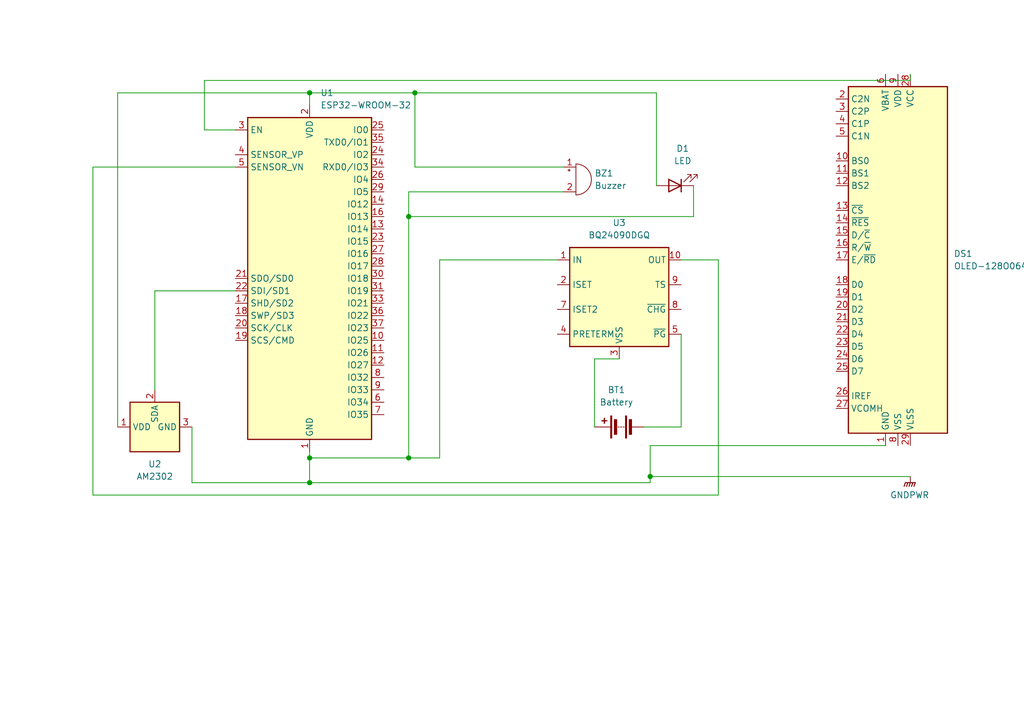
<source format=kicad_sch>
(kicad_sch
	(version 20231120)
	(generator "eeschema")
	(generator_version "8.0")
	(uuid "d4a5cce3-ace2-475a-b389-fce50ad7df66")
	(paper "A5")
	(title_block
		(title "MRNOS")
		(date "2025-02-10")
		(rev "v.1")
	)
	(lib_symbols
		(symbol "Battery_Management:BQ24090DGQ"
			(exclude_from_sim no)
			(in_bom yes)
			(on_board yes)
			(property "Reference" "U"
				(at -9.398 13.462 0)
				(effects
					(font
						(size 1.27 1.27)
					)
				)
			)
			(property "Value" "BQ24090DGQ"
				(at -3.81 11.43 0)
				(effects
					(font
						(size 1.27 1.27)
					)
				)
			)
			(property "Footprint" "Package_SO:HVSSOP-10-1EP_3x3mm_P0.5mm_EP1.57x1.88mm_ThermalVias"
				(at 0 0 0)
				(effects
					(font
						(size 1.27 1.27)
					)
					(hide yes)
				)
			)
			(property "Datasheet" "http://www.ti.com/lit/ds/symlink/bq24090.pdf"
				(at -7.62 19.05 0)
				(effects
					(font
						(size 1.27 1.27)
					)
					(hide yes)
				)
			)
			(property "Description" "1A, Single-Input, SingleCell Li-Ion and Li-Pol BatteryCharger, HVSSOP-10"
				(at 0 0 0)
				(effects
					(font
						(size 1.27 1.27)
					)
					(hide yes)
				)
			)
			(property "ki_keywords" "battery charger singlecell li-ion li-poly"
				(at 0 0 0)
				(effects
					(font
						(size 1.27 1.27)
					)
					(hide yes)
				)
			)
			(property "ki_fp_filters" "HVSSOP*1EP*3x3mm*P0.5mm*"
				(at 0 0 0)
				(effects
					(font
						(size 1.27 1.27)
					)
					(hide yes)
				)
			)
			(symbol "BQ24090DGQ_0_1"
				(rectangle
					(start -10.16 10.16)
					(end 10.16 -10.16)
					(stroke
						(width 0.254)
						(type default)
					)
					(fill
						(type background)
					)
				)
			)
			(symbol "BQ24090DGQ_1_1"
				(pin power_in line
					(at -12.7 7.62 0)
					(length 2.54)
					(name "IN"
						(effects
							(font
								(size 1.27 1.27)
							)
						)
					)
					(number "1"
						(effects
							(font
								(size 1.27 1.27)
							)
						)
					)
				)
				(pin power_out line
					(at 12.7 7.62 180)
					(length 2.54)
					(name "OUT"
						(effects
							(font
								(size 1.27 1.27)
							)
						)
					)
					(number "10"
						(effects
							(font
								(size 1.27 1.27)
							)
						)
					)
				)
				(pin passive line
					(at 0 -12.7 90)
					(length 2.54) hide
					(name "VSS"
						(effects
							(font
								(size 1.27 1.27)
							)
						)
					)
					(number "11"
						(effects
							(font
								(size 1.27 1.27)
							)
						)
					)
				)
				(pin passive line
					(at -12.7 2.54 0)
					(length 2.54)
					(name "ISET"
						(effects
							(font
								(size 1.27 1.27)
							)
						)
					)
					(number "2"
						(effects
							(font
								(size 1.27 1.27)
							)
						)
					)
				)
				(pin power_in line
					(at 0 -12.7 90)
					(length 2.54)
					(name "VSS"
						(effects
							(font
								(size 1.27 1.27)
							)
						)
					)
					(number "3"
						(effects
							(font
								(size 1.27 1.27)
							)
						)
					)
				)
				(pin passive line
					(at -12.7 -7.62 0)
					(length 2.54)
					(name "PRETERM"
						(effects
							(font
								(size 1.27 1.27)
							)
						)
					)
					(number "4"
						(effects
							(font
								(size 1.27 1.27)
							)
						)
					)
				)
				(pin open_collector line
					(at 12.7 -7.62 180)
					(length 2.54)
					(name "~{PG}"
						(effects
							(font
								(size 1.27 1.27)
							)
						)
					)
					(number "5"
						(effects
							(font
								(size 1.27 1.27)
							)
						)
					)
				)
				(pin no_connect line
					(at 5.08 -10.16 90)
					(length 2.54) hide
					(name "NC"
						(effects
							(font
								(size 1.27 1.27)
							)
						)
					)
					(number "6"
						(effects
							(font
								(size 1.27 1.27)
							)
						)
					)
				)
				(pin passive line
					(at -12.7 -2.54 0)
					(length 2.54)
					(name "ISET2"
						(effects
							(font
								(size 1.27 1.27)
							)
						)
					)
					(number "7"
						(effects
							(font
								(size 1.27 1.27)
							)
						)
					)
				)
				(pin open_collector line
					(at 12.7 -2.54 180)
					(length 2.54)
					(name "~{CHG}"
						(effects
							(font
								(size 1.27 1.27)
							)
						)
					)
					(number "8"
						(effects
							(font
								(size 1.27 1.27)
							)
						)
					)
				)
				(pin passive line
					(at 12.7 2.54 180)
					(length 2.54)
					(name "TS"
						(effects
							(font
								(size 1.27 1.27)
							)
						)
					)
					(number "9"
						(effects
							(font
								(size 1.27 1.27)
							)
						)
					)
				)
			)
		)
		(symbol "Device:Battery"
			(pin_numbers hide)
			(pin_names
				(offset 0) hide)
			(exclude_from_sim no)
			(in_bom yes)
			(on_board yes)
			(property "Reference" "BT"
				(at 2.54 2.54 0)
				(effects
					(font
						(size 1.27 1.27)
					)
					(justify left)
				)
			)
			(property "Value" "Battery"
				(at 2.54 0 0)
				(effects
					(font
						(size 1.27 1.27)
					)
					(justify left)
				)
			)
			(property "Footprint" ""
				(at 0 1.524 90)
				(effects
					(font
						(size 1.27 1.27)
					)
					(hide yes)
				)
			)
			(property "Datasheet" "~"
				(at 0 1.524 90)
				(effects
					(font
						(size 1.27 1.27)
					)
					(hide yes)
				)
			)
			(property "Description" "Multiple-cell battery"
				(at 0 0 0)
				(effects
					(font
						(size 1.27 1.27)
					)
					(hide yes)
				)
			)
			(property "ki_keywords" "batt voltage-source cell"
				(at 0 0 0)
				(effects
					(font
						(size 1.27 1.27)
					)
					(hide yes)
				)
			)
			(symbol "Battery_0_1"
				(rectangle
					(start -2.286 -1.27)
					(end 2.286 -1.524)
					(stroke
						(width 0)
						(type default)
					)
					(fill
						(type outline)
					)
				)
				(rectangle
					(start -2.286 1.778)
					(end 2.286 1.524)
					(stroke
						(width 0)
						(type default)
					)
					(fill
						(type outline)
					)
				)
				(rectangle
					(start -1.524 -2.032)
					(end 1.524 -2.54)
					(stroke
						(width 0)
						(type default)
					)
					(fill
						(type outline)
					)
				)
				(rectangle
					(start -1.524 1.016)
					(end 1.524 0.508)
					(stroke
						(width 0)
						(type default)
					)
					(fill
						(type outline)
					)
				)
				(polyline
					(pts
						(xy 0 -1.016) (xy 0 -0.762)
					)
					(stroke
						(width 0)
						(type default)
					)
					(fill
						(type none)
					)
				)
				(polyline
					(pts
						(xy 0 -0.508) (xy 0 -0.254)
					)
					(stroke
						(width 0)
						(type default)
					)
					(fill
						(type none)
					)
				)
				(polyline
					(pts
						(xy 0 0) (xy 0 0.254)
					)
					(stroke
						(width 0)
						(type default)
					)
					(fill
						(type none)
					)
				)
				(polyline
					(pts
						(xy 0 1.778) (xy 0 2.54)
					)
					(stroke
						(width 0)
						(type default)
					)
					(fill
						(type none)
					)
				)
				(polyline
					(pts
						(xy 0.762 3.048) (xy 1.778 3.048)
					)
					(stroke
						(width 0.254)
						(type default)
					)
					(fill
						(type none)
					)
				)
				(polyline
					(pts
						(xy 1.27 3.556) (xy 1.27 2.54)
					)
					(stroke
						(width 0.254)
						(type default)
					)
					(fill
						(type none)
					)
				)
			)
			(symbol "Battery_1_1"
				(pin passive line
					(at 0 5.08 270)
					(length 2.54)
					(name "+"
						(effects
							(font
								(size 1.27 1.27)
							)
						)
					)
					(number "1"
						(effects
							(font
								(size 1.27 1.27)
							)
						)
					)
				)
				(pin passive line
					(at 0 -5.08 90)
					(length 2.54)
					(name "-"
						(effects
							(font
								(size 1.27 1.27)
							)
						)
					)
					(number "2"
						(effects
							(font
								(size 1.27 1.27)
							)
						)
					)
				)
			)
		)
		(symbol "Device:Buzzer"
			(pin_names
				(offset 0.0254) hide)
			(exclude_from_sim no)
			(in_bom yes)
			(on_board yes)
			(property "Reference" "BZ"
				(at 3.81 1.27 0)
				(effects
					(font
						(size 1.27 1.27)
					)
					(justify left)
				)
			)
			(property "Value" "Buzzer"
				(at 3.81 -1.27 0)
				(effects
					(font
						(size 1.27 1.27)
					)
					(justify left)
				)
			)
			(property "Footprint" ""
				(at -0.635 2.54 90)
				(effects
					(font
						(size 1.27 1.27)
					)
					(hide yes)
				)
			)
			(property "Datasheet" "~"
				(at -0.635 2.54 90)
				(effects
					(font
						(size 1.27 1.27)
					)
					(hide yes)
				)
			)
			(property "Description" "Buzzer, polarized"
				(at 0 0 0)
				(effects
					(font
						(size 1.27 1.27)
					)
					(hide yes)
				)
			)
			(property "ki_keywords" "quartz resonator ceramic"
				(at 0 0 0)
				(effects
					(font
						(size 1.27 1.27)
					)
					(hide yes)
				)
			)
			(property "ki_fp_filters" "*Buzzer*"
				(at 0 0 0)
				(effects
					(font
						(size 1.27 1.27)
					)
					(hide yes)
				)
			)
			(symbol "Buzzer_0_1"
				(arc
					(start 0 -3.175)
					(mid 3.1612 0)
					(end 0 3.175)
					(stroke
						(width 0)
						(type default)
					)
					(fill
						(type none)
					)
				)
				(polyline
					(pts
						(xy -1.651 1.905) (xy -1.143 1.905)
					)
					(stroke
						(width 0)
						(type default)
					)
					(fill
						(type none)
					)
				)
				(polyline
					(pts
						(xy -1.397 2.159) (xy -1.397 1.651)
					)
					(stroke
						(width 0)
						(type default)
					)
					(fill
						(type none)
					)
				)
				(polyline
					(pts
						(xy 0 3.175) (xy 0 -3.175)
					)
					(stroke
						(width 0)
						(type default)
					)
					(fill
						(type none)
					)
				)
			)
			(symbol "Buzzer_1_1"
				(pin passive line
					(at -2.54 2.54 0)
					(length 2.54)
					(name "+"
						(effects
							(font
								(size 1.27 1.27)
							)
						)
					)
					(number "1"
						(effects
							(font
								(size 1.27 1.27)
							)
						)
					)
				)
				(pin passive line
					(at -2.54 -2.54 0)
					(length 2.54)
					(name "-"
						(effects
							(font
								(size 1.27 1.27)
							)
						)
					)
					(number "2"
						(effects
							(font
								(size 1.27 1.27)
							)
						)
					)
				)
			)
		)
		(symbol "Device:LED"
			(pin_numbers hide)
			(pin_names
				(offset 1.016) hide)
			(exclude_from_sim no)
			(in_bom yes)
			(on_board yes)
			(property "Reference" "D"
				(at 0 2.54 0)
				(effects
					(font
						(size 1.27 1.27)
					)
				)
			)
			(property "Value" "LED"
				(at 0 -2.54 0)
				(effects
					(font
						(size 1.27 1.27)
					)
				)
			)
			(property "Footprint" ""
				(at 0 0 0)
				(effects
					(font
						(size 1.27 1.27)
					)
					(hide yes)
				)
			)
			(property "Datasheet" "~"
				(at 0 0 0)
				(effects
					(font
						(size 1.27 1.27)
					)
					(hide yes)
				)
			)
			(property "Description" "Light emitting diode"
				(at 0 0 0)
				(effects
					(font
						(size 1.27 1.27)
					)
					(hide yes)
				)
			)
			(property "ki_keywords" "LED diode"
				(at 0 0 0)
				(effects
					(font
						(size 1.27 1.27)
					)
					(hide yes)
				)
			)
			(property "ki_fp_filters" "LED* LED_SMD:* LED_THT:*"
				(at 0 0 0)
				(effects
					(font
						(size 1.27 1.27)
					)
					(hide yes)
				)
			)
			(symbol "LED_0_1"
				(polyline
					(pts
						(xy -1.27 -1.27) (xy -1.27 1.27)
					)
					(stroke
						(width 0.254)
						(type default)
					)
					(fill
						(type none)
					)
				)
				(polyline
					(pts
						(xy -1.27 0) (xy 1.27 0)
					)
					(stroke
						(width 0)
						(type default)
					)
					(fill
						(type none)
					)
				)
				(polyline
					(pts
						(xy 1.27 -1.27) (xy 1.27 1.27) (xy -1.27 0) (xy 1.27 -1.27)
					)
					(stroke
						(width 0.254)
						(type default)
					)
					(fill
						(type none)
					)
				)
				(polyline
					(pts
						(xy -3.048 -0.762) (xy -4.572 -2.286) (xy -3.81 -2.286) (xy -4.572 -2.286) (xy -4.572 -1.524)
					)
					(stroke
						(width 0)
						(type default)
					)
					(fill
						(type none)
					)
				)
				(polyline
					(pts
						(xy -1.778 -0.762) (xy -3.302 -2.286) (xy -2.54 -2.286) (xy -3.302 -2.286) (xy -3.302 -1.524)
					)
					(stroke
						(width 0)
						(type default)
					)
					(fill
						(type none)
					)
				)
			)
			(symbol "LED_1_1"
				(pin passive line
					(at -3.81 0 0)
					(length 2.54)
					(name "K"
						(effects
							(font
								(size 1.27 1.27)
							)
						)
					)
					(number "1"
						(effects
							(font
								(size 1.27 1.27)
							)
						)
					)
				)
				(pin passive line
					(at 3.81 0 180)
					(length 2.54)
					(name "A"
						(effects
							(font
								(size 1.27 1.27)
							)
						)
					)
					(number "2"
						(effects
							(font
								(size 1.27 1.27)
							)
						)
					)
				)
			)
		)
		(symbol "Display_Graphic:OLED-128O064D"
			(exclude_from_sim no)
			(in_bom yes)
			(on_board yes)
			(property "Reference" "DS"
				(at -10.16 38.1 0)
				(effects
					(font
						(size 1.27 1.27)
					)
				)
			)
			(property "Value" "OLED-128O064D"
				(at 12.7 38.1 0)
				(effects
					(font
						(size 1.27 1.27)
					)
				)
			)
			(property "Footprint" "Display:OLED-128O064D"
				(at 0 0 0)
				(effects
					(font
						(size 1.27 1.27)
					)
					(hide yes)
				)
			)
			(property "Datasheet" "https://www.vishay.com/docs/37902/oled128o064dbpp3n00000.pdf"
				(at 0 20.32 0)
				(effects
					(font
						(size 1.27 1.27)
					)
					(hide yes)
				)
			)
			(property "Description" "OLED display 128x64"
				(at 0 0 0)
				(effects
					(font
						(size 1.27 1.27)
					)
					(hide yes)
				)
			)
			(property "ki_keywords" "display oled"
				(at 0 0 0)
				(effects
					(font
						(size 1.27 1.27)
					)
					(hide yes)
				)
			)
			(property "ki_fp_filters" "OLED?128O064D*"
				(at 0 0 0)
				(effects
					(font
						(size 1.27 1.27)
					)
					(hide yes)
				)
			)
			(symbol "OLED-128O064D_0_1"
				(rectangle
					(start -10.16 35.56)
					(end 10.16 -35.56)
					(stroke
						(width 0.254)
						(type default)
					)
					(fill
						(type background)
					)
				)
			)
			(symbol "OLED-128O064D_1_1"
				(pin power_in line
					(at -2.54 -38.1 90)
					(length 2.54)
					(name "GND"
						(effects
							(font
								(size 1.27 1.27)
							)
						)
					)
					(number "1"
						(effects
							(font
								(size 1.27 1.27)
							)
						)
					)
				)
				(pin input line
					(at -12.7 20.32 0)
					(length 2.54)
					(name "BS0"
						(effects
							(font
								(size 1.27 1.27)
							)
						)
					)
					(number "10"
						(effects
							(font
								(size 1.27 1.27)
							)
						)
					)
				)
				(pin input line
					(at -12.7 17.78 0)
					(length 2.54)
					(name "BS1"
						(effects
							(font
								(size 1.27 1.27)
							)
						)
					)
					(number "11"
						(effects
							(font
								(size 1.27 1.27)
							)
						)
					)
				)
				(pin input line
					(at -12.7 15.24 0)
					(length 2.54)
					(name "BS2"
						(effects
							(font
								(size 1.27 1.27)
							)
						)
					)
					(number "12"
						(effects
							(font
								(size 1.27 1.27)
							)
						)
					)
				)
				(pin input line
					(at -12.7 10.16 0)
					(length 2.54)
					(name "~{CS}"
						(effects
							(font
								(size 1.27 1.27)
							)
						)
					)
					(number "13"
						(effects
							(font
								(size 1.27 1.27)
							)
						)
					)
				)
				(pin input line
					(at -12.7 7.62 0)
					(length 2.54)
					(name "~{RES}"
						(effects
							(font
								(size 1.27 1.27)
							)
						)
					)
					(number "14"
						(effects
							(font
								(size 1.27 1.27)
							)
						)
					)
				)
				(pin input line
					(at -12.7 5.08 0)
					(length 2.54)
					(name "D/~{C}"
						(effects
							(font
								(size 1.27 1.27)
							)
						)
					)
					(number "15"
						(effects
							(font
								(size 1.27 1.27)
							)
						)
					)
				)
				(pin input line
					(at -12.7 2.54 0)
					(length 2.54)
					(name "R/~{W}"
						(effects
							(font
								(size 1.27 1.27)
							)
						)
					)
					(number "16"
						(effects
							(font
								(size 1.27 1.27)
							)
						)
					)
				)
				(pin input line
					(at -12.7 0 0)
					(length 2.54)
					(name "E/~{RD}"
						(effects
							(font
								(size 1.27 1.27)
							)
						)
					)
					(number "17"
						(effects
							(font
								(size 1.27 1.27)
							)
						)
					)
				)
				(pin bidirectional line
					(at -12.7 -5.08 0)
					(length 2.54)
					(name "D0"
						(effects
							(font
								(size 1.27 1.27)
							)
						)
					)
					(number "18"
						(effects
							(font
								(size 1.27 1.27)
							)
						)
					)
				)
				(pin bidirectional line
					(at -12.7 -7.62 0)
					(length 2.54)
					(name "D1"
						(effects
							(font
								(size 1.27 1.27)
							)
						)
					)
					(number "19"
						(effects
							(font
								(size 1.27 1.27)
							)
						)
					)
				)
				(pin passive line
					(at -12.7 33.02 0)
					(length 2.54)
					(name "C2N"
						(effects
							(font
								(size 1.27 1.27)
							)
						)
					)
					(number "2"
						(effects
							(font
								(size 1.27 1.27)
							)
						)
					)
				)
				(pin bidirectional line
					(at -12.7 -10.16 0)
					(length 2.54)
					(name "D2"
						(effects
							(font
								(size 1.27 1.27)
							)
						)
					)
					(number "20"
						(effects
							(font
								(size 1.27 1.27)
							)
						)
					)
				)
				(pin bidirectional line
					(at -12.7 -12.7 0)
					(length 2.54)
					(name "D3"
						(effects
							(font
								(size 1.27 1.27)
							)
						)
					)
					(number "21"
						(effects
							(font
								(size 1.27 1.27)
							)
						)
					)
				)
				(pin bidirectional line
					(at -12.7 -15.24 0)
					(length 2.54)
					(name "D4"
						(effects
							(font
								(size 1.27 1.27)
							)
						)
					)
					(number "22"
						(effects
							(font
								(size 1.27 1.27)
							)
						)
					)
				)
				(pin bidirectional line
					(at -12.7 -17.78 0)
					(length 2.54)
					(name "D5"
						(effects
							(font
								(size 1.27 1.27)
							)
						)
					)
					(number "23"
						(effects
							(font
								(size 1.27 1.27)
							)
						)
					)
				)
				(pin bidirectional line
					(at -12.7 -20.32 0)
					(length 2.54)
					(name "D6"
						(effects
							(font
								(size 1.27 1.27)
							)
						)
					)
					(number "24"
						(effects
							(font
								(size 1.27 1.27)
							)
						)
					)
				)
				(pin bidirectional line
					(at -12.7 -22.86 0)
					(length 2.54)
					(name "D7"
						(effects
							(font
								(size 1.27 1.27)
							)
						)
					)
					(number "25"
						(effects
							(font
								(size 1.27 1.27)
							)
						)
					)
				)
				(pin passive line
					(at -12.7 -27.94 0)
					(length 2.54)
					(name "IREF"
						(effects
							(font
								(size 1.27 1.27)
							)
						)
					)
					(number "26"
						(effects
							(font
								(size 1.27 1.27)
							)
						)
					)
				)
				(pin passive line
					(at -12.7 -30.48 0)
					(length 2.54)
					(name "VCOMH"
						(effects
							(font
								(size 1.27 1.27)
							)
						)
					)
					(number "27"
						(effects
							(font
								(size 1.27 1.27)
							)
						)
					)
				)
				(pin power_in line
					(at 2.54 38.1 270)
					(length 2.54)
					(name "VCC"
						(effects
							(font
								(size 1.27 1.27)
							)
						)
					)
					(number "28"
						(effects
							(font
								(size 1.27 1.27)
							)
						)
					)
				)
				(pin power_in line
					(at 2.54 -38.1 90)
					(length 2.54)
					(name "VLSS"
						(effects
							(font
								(size 1.27 1.27)
							)
						)
					)
					(number "29"
						(effects
							(font
								(size 1.27 1.27)
							)
						)
					)
				)
				(pin passive line
					(at -12.7 30.48 0)
					(length 2.54)
					(name "C2P"
						(effects
							(font
								(size 1.27 1.27)
							)
						)
					)
					(number "3"
						(effects
							(font
								(size 1.27 1.27)
							)
						)
					)
				)
				(pin passive line
					(at -2.54 -38.1 90)
					(length 2.54) hide
					(name "GND"
						(effects
							(font
								(size 1.27 1.27)
							)
						)
					)
					(number "30"
						(effects
							(font
								(size 1.27 1.27)
							)
						)
					)
				)
				(pin passive line
					(at -12.7 27.94 0)
					(length 2.54)
					(name "C1P"
						(effects
							(font
								(size 1.27 1.27)
							)
						)
					)
					(number "4"
						(effects
							(font
								(size 1.27 1.27)
							)
						)
					)
				)
				(pin passive line
					(at -12.7 25.4 0)
					(length 2.54)
					(name "C1N"
						(effects
							(font
								(size 1.27 1.27)
							)
						)
					)
					(number "5"
						(effects
							(font
								(size 1.27 1.27)
							)
						)
					)
				)
				(pin power_in line
					(at -2.54 38.1 270)
					(length 2.54)
					(name "VBAT"
						(effects
							(font
								(size 1.27 1.27)
							)
						)
					)
					(number "6"
						(effects
							(font
								(size 1.27 1.27)
							)
						)
					)
				)
				(pin no_connect line
					(at 10.16 0 180)
					(length 2.54) hide
					(name "NC"
						(effects
							(font
								(size 1.27 1.27)
							)
						)
					)
					(number "7"
						(effects
							(font
								(size 1.27 1.27)
							)
						)
					)
				)
				(pin power_in line
					(at 0 -38.1 90)
					(length 2.54)
					(name "VSS"
						(effects
							(font
								(size 1.27 1.27)
							)
						)
					)
					(number "8"
						(effects
							(font
								(size 1.27 1.27)
							)
						)
					)
				)
				(pin power_in line
					(at 0 38.1 270)
					(length 2.54)
					(name "VDD"
						(effects
							(font
								(size 1.27 1.27)
							)
						)
					)
					(number "9"
						(effects
							(font
								(size 1.27 1.27)
							)
						)
					)
				)
			)
		)
		(symbol "RF_Module:ESP32-WROOM-32"
			(exclude_from_sim no)
			(in_bom yes)
			(on_board yes)
			(property "Reference" "U"
				(at -12.7 34.29 0)
				(effects
					(font
						(size 1.27 1.27)
					)
					(justify left)
				)
			)
			(property "Value" "ESP32-WROOM-32"
				(at 1.27 34.29 0)
				(effects
					(font
						(size 1.27 1.27)
					)
					(justify left)
				)
			)
			(property "Footprint" "RF_Module:ESP32-WROOM-32"
				(at 0 -38.1 0)
				(effects
					(font
						(size 1.27 1.27)
					)
					(hide yes)
				)
			)
			(property "Datasheet" "https://www.espressif.com/sites/default/files/documentation/esp32-wroom-32_datasheet_en.pdf"
				(at -7.62 1.27 0)
				(effects
					(font
						(size 1.27 1.27)
					)
					(hide yes)
				)
			)
			(property "Description" "RF Module, ESP32-D0WDQ6 SoC, Wi-Fi 802.11b/g/n, Bluetooth, BLE, 32-bit, 2.7-3.6V, onboard antenna, SMD"
				(at 0 0 0)
				(effects
					(font
						(size 1.27 1.27)
					)
					(hide yes)
				)
			)
			(property "ki_keywords" "RF Radio BT ESP ESP32 Espressif onboard PCB antenna"
				(at 0 0 0)
				(effects
					(font
						(size 1.27 1.27)
					)
					(hide yes)
				)
			)
			(property "ki_fp_filters" "ESP32?WROOM?32*"
				(at 0 0 0)
				(effects
					(font
						(size 1.27 1.27)
					)
					(hide yes)
				)
			)
			(symbol "ESP32-WROOM-32_0_1"
				(rectangle
					(start -12.7 33.02)
					(end 12.7 -33.02)
					(stroke
						(width 0.254)
						(type default)
					)
					(fill
						(type background)
					)
				)
			)
			(symbol "ESP32-WROOM-32_1_1"
				(pin power_in line
					(at 0 -35.56 90)
					(length 2.54)
					(name "GND"
						(effects
							(font
								(size 1.27 1.27)
							)
						)
					)
					(number "1"
						(effects
							(font
								(size 1.27 1.27)
							)
						)
					)
				)
				(pin bidirectional line
					(at 15.24 -12.7 180)
					(length 2.54)
					(name "IO25"
						(effects
							(font
								(size 1.27 1.27)
							)
						)
					)
					(number "10"
						(effects
							(font
								(size 1.27 1.27)
							)
						)
					)
				)
				(pin bidirectional line
					(at 15.24 -15.24 180)
					(length 2.54)
					(name "IO26"
						(effects
							(font
								(size 1.27 1.27)
							)
						)
					)
					(number "11"
						(effects
							(font
								(size 1.27 1.27)
							)
						)
					)
				)
				(pin bidirectional line
					(at 15.24 -17.78 180)
					(length 2.54)
					(name "IO27"
						(effects
							(font
								(size 1.27 1.27)
							)
						)
					)
					(number "12"
						(effects
							(font
								(size 1.27 1.27)
							)
						)
					)
				)
				(pin bidirectional line
					(at 15.24 10.16 180)
					(length 2.54)
					(name "IO14"
						(effects
							(font
								(size 1.27 1.27)
							)
						)
					)
					(number "13"
						(effects
							(font
								(size 1.27 1.27)
							)
						)
					)
				)
				(pin bidirectional line
					(at 15.24 15.24 180)
					(length 2.54)
					(name "IO12"
						(effects
							(font
								(size 1.27 1.27)
							)
						)
					)
					(number "14"
						(effects
							(font
								(size 1.27 1.27)
							)
						)
					)
				)
				(pin passive line
					(at 0 -35.56 90)
					(length 2.54) hide
					(name "GND"
						(effects
							(font
								(size 1.27 1.27)
							)
						)
					)
					(number "15"
						(effects
							(font
								(size 1.27 1.27)
							)
						)
					)
				)
				(pin bidirectional line
					(at 15.24 12.7 180)
					(length 2.54)
					(name "IO13"
						(effects
							(font
								(size 1.27 1.27)
							)
						)
					)
					(number "16"
						(effects
							(font
								(size 1.27 1.27)
							)
						)
					)
				)
				(pin bidirectional line
					(at -15.24 -5.08 0)
					(length 2.54)
					(name "SHD/SD2"
						(effects
							(font
								(size 1.27 1.27)
							)
						)
					)
					(number "17"
						(effects
							(font
								(size 1.27 1.27)
							)
						)
					)
				)
				(pin bidirectional line
					(at -15.24 -7.62 0)
					(length 2.54)
					(name "SWP/SD3"
						(effects
							(font
								(size 1.27 1.27)
							)
						)
					)
					(number "18"
						(effects
							(font
								(size 1.27 1.27)
							)
						)
					)
				)
				(pin bidirectional line
					(at -15.24 -12.7 0)
					(length 2.54)
					(name "SCS/CMD"
						(effects
							(font
								(size 1.27 1.27)
							)
						)
					)
					(number "19"
						(effects
							(font
								(size 1.27 1.27)
							)
						)
					)
				)
				(pin power_in line
					(at 0 35.56 270)
					(length 2.54)
					(name "VDD"
						(effects
							(font
								(size 1.27 1.27)
							)
						)
					)
					(number "2"
						(effects
							(font
								(size 1.27 1.27)
							)
						)
					)
				)
				(pin bidirectional line
					(at -15.24 -10.16 0)
					(length 2.54)
					(name "SCK/CLK"
						(effects
							(font
								(size 1.27 1.27)
							)
						)
					)
					(number "20"
						(effects
							(font
								(size 1.27 1.27)
							)
						)
					)
				)
				(pin bidirectional line
					(at -15.24 0 0)
					(length 2.54)
					(name "SDO/SD0"
						(effects
							(font
								(size 1.27 1.27)
							)
						)
					)
					(number "21"
						(effects
							(font
								(size 1.27 1.27)
							)
						)
					)
				)
				(pin bidirectional line
					(at -15.24 -2.54 0)
					(length 2.54)
					(name "SDI/SD1"
						(effects
							(font
								(size 1.27 1.27)
							)
						)
					)
					(number "22"
						(effects
							(font
								(size 1.27 1.27)
							)
						)
					)
				)
				(pin bidirectional line
					(at 15.24 7.62 180)
					(length 2.54)
					(name "IO15"
						(effects
							(font
								(size 1.27 1.27)
							)
						)
					)
					(number "23"
						(effects
							(font
								(size 1.27 1.27)
							)
						)
					)
				)
				(pin bidirectional line
					(at 15.24 25.4 180)
					(length 2.54)
					(name "IO2"
						(effects
							(font
								(size 1.27 1.27)
							)
						)
					)
					(number "24"
						(effects
							(font
								(size 1.27 1.27)
							)
						)
					)
				)
				(pin bidirectional line
					(at 15.24 30.48 180)
					(length 2.54)
					(name "IO0"
						(effects
							(font
								(size 1.27 1.27)
							)
						)
					)
					(number "25"
						(effects
							(font
								(size 1.27 1.27)
							)
						)
					)
				)
				(pin bidirectional line
					(at 15.24 20.32 180)
					(length 2.54)
					(name "IO4"
						(effects
							(font
								(size 1.27 1.27)
							)
						)
					)
					(number "26"
						(effects
							(font
								(size 1.27 1.27)
							)
						)
					)
				)
				(pin bidirectional line
					(at 15.24 5.08 180)
					(length 2.54)
					(name "IO16"
						(effects
							(font
								(size 1.27 1.27)
							)
						)
					)
					(number "27"
						(effects
							(font
								(size 1.27 1.27)
							)
						)
					)
				)
				(pin bidirectional line
					(at 15.24 2.54 180)
					(length 2.54)
					(name "IO17"
						(effects
							(font
								(size 1.27 1.27)
							)
						)
					)
					(number "28"
						(effects
							(font
								(size 1.27 1.27)
							)
						)
					)
				)
				(pin bidirectional line
					(at 15.24 17.78 180)
					(length 2.54)
					(name "IO5"
						(effects
							(font
								(size 1.27 1.27)
							)
						)
					)
					(number "29"
						(effects
							(font
								(size 1.27 1.27)
							)
						)
					)
				)
				(pin input line
					(at -15.24 30.48 0)
					(length 2.54)
					(name "EN"
						(effects
							(font
								(size 1.27 1.27)
							)
						)
					)
					(number "3"
						(effects
							(font
								(size 1.27 1.27)
							)
						)
					)
				)
				(pin bidirectional line
					(at 15.24 0 180)
					(length 2.54)
					(name "IO18"
						(effects
							(font
								(size 1.27 1.27)
							)
						)
					)
					(number "30"
						(effects
							(font
								(size 1.27 1.27)
							)
						)
					)
				)
				(pin bidirectional line
					(at 15.24 -2.54 180)
					(length 2.54)
					(name "IO19"
						(effects
							(font
								(size 1.27 1.27)
							)
						)
					)
					(number "31"
						(effects
							(font
								(size 1.27 1.27)
							)
						)
					)
				)
				(pin no_connect line
					(at -12.7 -27.94 0)
					(length 2.54) hide
					(name "NC"
						(effects
							(font
								(size 1.27 1.27)
							)
						)
					)
					(number "32"
						(effects
							(font
								(size 1.27 1.27)
							)
						)
					)
				)
				(pin bidirectional line
					(at 15.24 -5.08 180)
					(length 2.54)
					(name "IO21"
						(effects
							(font
								(size 1.27 1.27)
							)
						)
					)
					(number "33"
						(effects
							(font
								(size 1.27 1.27)
							)
						)
					)
				)
				(pin bidirectional line
					(at 15.24 22.86 180)
					(length 2.54)
					(name "RXD0/IO3"
						(effects
							(font
								(size 1.27 1.27)
							)
						)
					)
					(number "34"
						(effects
							(font
								(size 1.27 1.27)
							)
						)
					)
				)
				(pin bidirectional line
					(at 15.24 27.94 180)
					(length 2.54)
					(name "TXD0/IO1"
						(effects
							(font
								(size 1.27 1.27)
							)
						)
					)
					(number "35"
						(effects
							(font
								(size 1.27 1.27)
							)
						)
					)
				)
				(pin bidirectional line
					(at 15.24 -7.62 180)
					(length 2.54)
					(name "IO22"
						(effects
							(font
								(size 1.27 1.27)
							)
						)
					)
					(number "36"
						(effects
							(font
								(size 1.27 1.27)
							)
						)
					)
				)
				(pin bidirectional line
					(at 15.24 -10.16 180)
					(length 2.54)
					(name "IO23"
						(effects
							(font
								(size 1.27 1.27)
							)
						)
					)
					(number "37"
						(effects
							(font
								(size 1.27 1.27)
							)
						)
					)
				)
				(pin passive line
					(at 0 -35.56 90)
					(length 2.54) hide
					(name "GND"
						(effects
							(font
								(size 1.27 1.27)
							)
						)
					)
					(number "38"
						(effects
							(font
								(size 1.27 1.27)
							)
						)
					)
				)
				(pin passive line
					(at 0 -35.56 90)
					(length 2.54) hide
					(name "GND"
						(effects
							(font
								(size 1.27 1.27)
							)
						)
					)
					(number "39"
						(effects
							(font
								(size 1.27 1.27)
							)
						)
					)
				)
				(pin input line
					(at -15.24 25.4 0)
					(length 2.54)
					(name "SENSOR_VP"
						(effects
							(font
								(size 1.27 1.27)
							)
						)
					)
					(number "4"
						(effects
							(font
								(size 1.27 1.27)
							)
						)
					)
				)
				(pin input line
					(at -15.24 22.86 0)
					(length 2.54)
					(name "SENSOR_VN"
						(effects
							(font
								(size 1.27 1.27)
							)
						)
					)
					(number "5"
						(effects
							(font
								(size 1.27 1.27)
							)
						)
					)
				)
				(pin input line
					(at 15.24 -25.4 180)
					(length 2.54)
					(name "IO34"
						(effects
							(font
								(size 1.27 1.27)
							)
						)
					)
					(number "6"
						(effects
							(font
								(size 1.27 1.27)
							)
						)
					)
				)
				(pin input line
					(at 15.24 -27.94 180)
					(length 2.54)
					(name "IO35"
						(effects
							(font
								(size 1.27 1.27)
							)
						)
					)
					(number "7"
						(effects
							(font
								(size 1.27 1.27)
							)
						)
					)
				)
				(pin bidirectional line
					(at 15.24 -20.32 180)
					(length 2.54)
					(name "IO32"
						(effects
							(font
								(size 1.27 1.27)
							)
						)
					)
					(number "8"
						(effects
							(font
								(size 1.27 1.27)
							)
						)
					)
				)
				(pin bidirectional line
					(at 15.24 -22.86 180)
					(length 2.54)
					(name "IO33"
						(effects
							(font
								(size 1.27 1.27)
							)
						)
					)
					(number "9"
						(effects
							(font
								(size 1.27 1.27)
							)
						)
					)
				)
			)
		)
		(symbol "Sensor:AM2302"
			(exclude_from_sim no)
			(in_bom yes)
			(on_board yes)
			(property "Reference" "U"
				(at -3.81 6.35 0)
				(effects
					(font
						(size 1.27 1.27)
					)
				)
			)
			(property "Value" "AM2302"
				(at 3.81 6.35 0)
				(effects
					(font
						(size 1.27 1.27)
					)
				)
			)
			(property "Footprint" "Sensor:ASAIR_AM2302_P2.54mm_Vertical"
				(at 0 -10.16 0)
				(effects
					(font
						(size 1.27 1.27)
					)
					(hide yes)
				)
			)
			(property "Datasheet" "http://akizukidenshi.com/download/ds/aosong/AM2302.pdf"
				(at 3.81 6.35 0)
				(effects
					(font
						(size 1.27 1.27)
					)
					(hide yes)
				)
			)
			(property "Description" "3.3 to 5.0V, Temperature and humidity module,  DHT22, AM2302"
				(at 0 0 0)
				(effects
					(font
						(size 1.27 1.27)
					)
					(hide yes)
				)
			)
			(property "ki_keywords" "digital sensor"
				(at 0 0 0)
				(effects
					(font
						(size 1.27 1.27)
					)
					(hide yes)
				)
			)
			(property "ki_fp_filters" "ASAIR*AM2302*P2.54mm*"
				(at 0 0 0)
				(effects
					(font
						(size 1.27 1.27)
					)
					(hide yes)
				)
			)
			(symbol "AM2302_0_1"
				(rectangle
					(start -5.08 5.08)
					(end 5.08 -5.08)
					(stroke
						(width 0.254)
						(type default)
					)
					(fill
						(type background)
					)
				)
			)
			(symbol "AM2302_1_1"
				(pin power_in line
					(at 0 7.62 270)
					(length 2.54)
					(name "VDD"
						(effects
							(font
								(size 1.27 1.27)
							)
						)
					)
					(number "1"
						(effects
							(font
								(size 1.27 1.27)
							)
						)
					)
				)
				(pin bidirectional line
					(at 7.62 0 180)
					(length 2.54)
					(name "SDA"
						(effects
							(font
								(size 1.27 1.27)
							)
						)
					)
					(number "2"
						(effects
							(font
								(size 1.27 1.27)
							)
						)
					)
				)
				(pin power_in line
					(at 0 -7.62 90)
					(length 2.54)
					(name "GND"
						(effects
							(font
								(size 1.27 1.27)
							)
						)
					)
					(number "3"
						(effects
							(font
								(size 1.27 1.27)
							)
						)
					)
				)
				(pin passive line
					(at 0 -7.62 90)
					(length 2.54) hide
					(name "GND"
						(effects
							(font
								(size 1.27 1.27)
							)
						)
					)
					(number "4"
						(effects
							(font
								(size 1.27 1.27)
							)
						)
					)
				)
			)
		)
		(symbol "power:GNDPWR"
			(power)
			(pin_numbers hide)
			(pin_names
				(offset 0) hide)
			(exclude_from_sim no)
			(in_bom yes)
			(on_board yes)
			(property "Reference" "#PWR"
				(at 0 -5.08 0)
				(effects
					(font
						(size 1.27 1.27)
					)
					(hide yes)
				)
			)
			(property "Value" "GNDPWR"
				(at 0 -3.302 0)
				(effects
					(font
						(size 1.27 1.27)
					)
				)
			)
			(property "Footprint" ""
				(at 0 -1.27 0)
				(effects
					(font
						(size 1.27 1.27)
					)
					(hide yes)
				)
			)
			(property "Datasheet" ""
				(at 0 -1.27 0)
				(effects
					(font
						(size 1.27 1.27)
					)
					(hide yes)
				)
			)
			(property "Description" "Power symbol creates a global label with name \"GNDPWR\" , global ground"
				(at 0 0 0)
				(effects
					(font
						(size 1.27 1.27)
					)
					(hide yes)
				)
			)
			(property "ki_keywords" "global ground"
				(at 0 0 0)
				(effects
					(font
						(size 1.27 1.27)
					)
					(hide yes)
				)
			)
			(symbol "GNDPWR_0_1"
				(polyline
					(pts
						(xy 0 -1.27) (xy 0 0)
					)
					(stroke
						(width 0)
						(type default)
					)
					(fill
						(type none)
					)
				)
				(polyline
					(pts
						(xy -1.016 -1.27) (xy -1.27 -2.032) (xy -1.27 -2.032)
					)
					(stroke
						(width 0.2032)
						(type default)
					)
					(fill
						(type none)
					)
				)
				(polyline
					(pts
						(xy -0.508 -1.27) (xy -0.762 -2.032) (xy -0.762 -2.032)
					)
					(stroke
						(width 0.2032)
						(type default)
					)
					(fill
						(type none)
					)
				)
				(polyline
					(pts
						(xy 0 -1.27) (xy -0.254 -2.032) (xy -0.254 -2.032)
					)
					(stroke
						(width 0.2032)
						(type default)
					)
					(fill
						(type none)
					)
				)
				(polyline
					(pts
						(xy 0.508 -1.27) (xy 0.254 -2.032) (xy 0.254 -2.032)
					)
					(stroke
						(width 0.2032)
						(type default)
					)
					(fill
						(type none)
					)
				)
				(polyline
					(pts
						(xy 1.016 -1.27) (xy -1.016 -1.27) (xy -1.016 -1.27)
					)
					(stroke
						(width 0.2032)
						(type default)
					)
					(fill
						(type none)
					)
				)
				(polyline
					(pts
						(xy 1.016 -1.27) (xy 0.762 -2.032) (xy 0.762 -2.032) (xy 0.762 -2.032)
					)
					(stroke
						(width 0.2032)
						(type default)
					)
					(fill
						(type none)
					)
				)
			)
			(symbol "GNDPWR_1_1"
				(pin power_in line
					(at 0 0 270)
					(length 0)
					(name "~"
						(effects
							(font
								(size 1.27 1.27)
							)
						)
					)
					(number "1"
						(effects
							(font
								(size 1.27 1.27)
							)
						)
					)
				)
			)
		)
	)
	(junction
		(at 83.82 44.45)
		(diameter 0)
		(color 0 0 0 0)
		(uuid "1e01344a-8e31-4647-beac-ee4ce39816bf")
	)
	(junction
		(at 63.5 93.98)
		(diameter 0)
		(color 0 0 0 0)
		(uuid "375840cd-3192-4a45-896f-106131c9f4e7")
	)
	(junction
		(at 63.5 19.05)
		(diameter 0)
		(color 0 0 0 0)
		(uuid "7102405a-e49e-493b-84ee-9315947e9e68")
	)
	(junction
		(at 133.35 97.79)
		(diameter 0)
		(color 0 0 0 0)
		(uuid "7b0973d1-ccaf-44fd-a60d-89ffb5f40d1e")
	)
	(junction
		(at 85.09 19.05)
		(diameter 0)
		(color 0 0 0 0)
		(uuid "b1648a25-9b46-4441-a96a-26dab5abe5b5")
	)
	(junction
		(at 83.82 93.98)
		(diameter 0)
		(color 0 0 0 0)
		(uuid "f22ff86c-7cb5-4515-9cdc-eb929db9b288")
	)
	(junction
		(at 63.5 99.06)
		(diameter 0)
		(color 0 0 0 0)
		(uuid "f62608c8-bf1c-4d9b-b5e3-01d40c52fb80")
	)
	(wire
		(pts
			(xy 39.37 99.06) (xy 63.5 99.06)
		)
		(stroke
			(width 0)
			(type default)
		)
		(uuid "00c8a986-0ece-4ce8-bb2c-461abc6c3fc4")
	)
	(wire
		(pts
			(xy 90.17 93.98) (xy 90.17 53.34)
		)
		(stroke
			(width 0)
			(type default)
		)
		(uuid "062c61fb-1b78-4e27-b262-80ea827cc621")
	)
	(wire
		(pts
			(xy 134.62 38.1) (xy 134.62 19.05)
		)
		(stroke
			(width 0)
			(type default)
		)
		(uuid "06d47e02-7a5f-445e-96ae-6029051cb05e")
	)
	(wire
		(pts
			(xy 31.75 59.69) (xy 31.75 80.01)
		)
		(stroke
			(width 0)
			(type default)
		)
		(uuid "074f1ed7-d09e-41d5-b399-e94362c8559b")
	)
	(wire
		(pts
			(xy 85.09 19.05) (xy 85.09 34.29)
		)
		(stroke
			(width 0)
			(type default)
		)
		(uuid "152c102a-a1a4-4b3b-8a9c-fc1d54573969")
	)
	(wire
		(pts
			(xy 63.5 92.71) (xy 63.5 93.98)
		)
		(stroke
			(width 0)
			(type default)
		)
		(uuid "156e0cc1-db7b-46a4-a75e-ae373c62f38a")
	)
	(wire
		(pts
			(xy 139.7 53.34) (xy 147.32 53.34)
		)
		(stroke
			(width 0)
			(type default)
		)
		(uuid "1767c6c6-cf57-4ee1-a80d-36c5555f10d0")
	)
	(wire
		(pts
			(xy 63.5 93.98) (xy 63.5 99.06)
		)
		(stroke
			(width 0)
			(type default)
		)
		(uuid "1bf90382-99ec-4c04-bae9-9135a752d4c6")
	)
	(wire
		(pts
			(xy 83.82 44.45) (xy 83.82 93.98)
		)
		(stroke
			(width 0)
			(type default)
		)
		(uuid "227062c6-9fe3-44de-953c-4a9cab65e744")
	)
	(wire
		(pts
			(xy 121.92 73.66) (xy 127 73.66)
		)
		(stroke
			(width 0)
			(type default)
		)
		(uuid "24db0296-3cbf-4e52-976f-0c2311ff8c15")
	)
	(wire
		(pts
			(xy 133.35 97.79) (xy 186.69 97.79)
		)
		(stroke
			(width 0)
			(type default)
		)
		(uuid "2b41b67f-007f-4011-b0ad-87351d9a2b64")
	)
	(wire
		(pts
			(xy 139.7 87.63) (xy 139.7 68.58)
		)
		(stroke
			(width 0)
			(type default)
		)
		(uuid "3a2005e7-9136-4dbe-a3b4-10f00d9ae41f")
	)
	(wire
		(pts
			(xy 181.61 91.44) (xy 133.35 91.44)
		)
		(stroke
			(width 0)
			(type default)
		)
		(uuid "46b43f32-c93e-4cf8-b758-8d846b1f9297")
	)
	(wire
		(pts
			(xy 31.75 59.69) (xy 48.26 59.69)
		)
		(stroke
			(width 0)
			(type default)
		)
		(uuid "498beca3-342b-40a0-96e1-826dec65742e")
	)
	(wire
		(pts
			(xy 48.26 34.29) (xy 19.05 34.29)
		)
		(stroke
			(width 0)
			(type default)
		)
		(uuid "4f368706-383b-4fea-9c72-2c3e20d39056")
	)
	(wire
		(pts
			(xy 132.08 87.63) (xy 139.7 87.63)
		)
		(stroke
			(width 0)
			(type default)
		)
		(uuid "50a6ba04-0335-4022-823d-bd4b85a09049")
	)
	(wire
		(pts
			(xy 48.26 26.67) (xy 41.91 26.67)
		)
		(stroke
			(width 0)
			(type default)
		)
		(uuid "634aeb68-3bb0-46d2-b693-73863cdbaffd")
	)
	(wire
		(pts
			(xy 19.05 101.6) (xy 147.32 101.6)
		)
		(stroke
			(width 0)
			(type default)
		)
		(uuid "67f27d4c-214a-4305-94e2-044a28fb8c25")
	)
	(wire
		(pts
			(xy 19.05 34.29) (xy 19.05 101.6)
		)
		(stroke
			(width 0)
			(type default)
		)
		(uuid "67fb38b1-92ba-4622-a9f7-2dd2b3519d8d")
	)
	(wire
		(pts
			(xy 115.57 39.37) (xy 83.82 39.37)
		)
		(stroke
			(width 0)
			(type default)
		)
		(uuid "6b043e64-6f6d-496d-80f8-4eb145fbbe86")
	)
	(wire
		(pts
			(xy 121.92 73.66) (xy 121.92 87.63)
		)
		(stroke
			(width 0)
			(type default)
		)
		(uuid "6f42ca3d-fb98-48ee-8ca4-f372a1849cd8")
	)
	(wire
		(pts
			(xy 24.13 87.63) (xy 24.13 19.05)
		)
		(stroke
			(width 0)
			(type default)
		)
		(uuid "7c9f67c9-5da8-4ad4-ba3c-8d0d56470af3")
	)
	(wire
		(pts
			(xy 24.13 19.05) (xy 63.5 19.05)
		)
		(stroke
			(width 0)
			(type default)
		)
		(uuid "851dccec-77ab-4fba-985d-a692623b90f7")
	)
	(wire
		(pts
			(xy 142.24 44.45) (xy 83.82 44.45)
		)
		(stroke
			(width 0)
			(type default)
		)
		(uuid "8a97e86c-d66f-45df-b22e-0e30e9174c59")
	)
	(wire
		(pts
			(xy 83.82 39.37) (xy 83.82 44.45)
		)
		(stroke
			(width 0)
			(type default)
		)
		(uuid "8caaa731-ece5-41cf-a986-d2d97e445619")
	)
	(wire
		(pts
			(xy 63.5 19.05) (xy 85.09 19.05)
		)
		(stroke
			(width 0)
			(type default)
		)
		(uuid "a210bd8f-ec13-486a-9d69-73ef46191b1c")
	)
	(wire
		(pts
			(xy 115.57 34.29) (xy 85.09 34.29)
		)
		(stroke
			(width 0)
			(type default)
		)
		(uuid "a7caa619-a7b7-4729-8b3e-87b6390bd639")
	)
	(wire
		(pts
			(xy 186.69 16.51) (xy 41.91 16.51)
		)
		(stroke
			(width 0)
			(type default)
		)
		(uuid "ae37271d-adf2-4381-89f4-9c15383c7497")
	)
	(wire
		(pts
			(xy 41.91 26.67) (xy 41.91 16.51)
		)
		(stroke
			(width 0)
			(type default)
		)
		(uuid "af017448-c616-40df-b629-419151e2aec6")
	)
	(wire
		(pts
			(xy 133.35 91.44) (xy 133.35 97.79)
		)
		(stroke
			(width 0)
			(type default)
		)
		(uuid "b2ac8c4c-3755-4250-a432-1b5318cc2b55")
	)
	(wire
		(pts
			(xy 63.5 21.59) (xy 63.5 19.05)
		)
		(stroke
			(width 0)
			(type default)
		)
		(uuid "b487afd6-b712-4401-8c03-52330d0f5be6")
	)
	(wire
		(pts
			(xy 186.69 15.24) (xy 186.69 16.51)
		)
		(stroke
			(width 0)
			(type default)
		)
		(uuid "b7499726-3d43-4ec8-b61a-77e64b5f9a4d")
	)
	(wire
		(pts
			(xy 142.24 38.1) (xy 142.24 44.45)
		)
		(stroke
			(width 0)
			(type default)
		)
		(uuid "b779dadb-a5d5-403d-890d-fffa55a4962e")
	)
	(wire
		(pts
			(xy 63.5 93.98) (xy 83.82 93.98)
		)
		(stroke
			(width 0)
			(type default)
		)
		(uuid "d0fe4cbc-88aa-477a-aa3f-9dd39bebbc0a")
	)
	(wire
		(pts
			(xy 85.09 19.05) (xy 134.62 19.05)
		)
		(stroke
			(width 0)
			(type default)
		)
		(uuid "d252fe42-08d9-41ff-9010-487bf8d540c3")
	)
	(wire
		(pts
			(xy 83.82 93.98) (xy 90.17 93.98)
		)
		(stroke
			(width 0)
			(type default)
		)
		(uuid "d44a22e1-1bea-4c2b-80b6-58eccb916f3d")
	)
	(wire
		(pts
			(xy 133.35 97.79) (xy 133.35 99.06)
		)
		(stroke
			(width 0)
			(type default)
		)
		(uuid "e6ca181f-63a1-45b4-ac58-fbe0c4652bc4")
	)
	(wire
		(pts
			(xy 39.37 87.63) (xy 39.37 99.06)
		)
		(stroke
			(width 0)
			(type default)
		)
		(uuid "ee6a27ab-075a-4238-808e-32337ea3537b")
	)
	(wire
		(pts
			(xy 63.5 99.06) (xy 133.35 99.06)
		)
		(stroke
			(width 0)
			(type default)
		)
		(uuid "eede429b-0e84-4fe3-a0d5-3b5413e6d75e")
	)
	(wire
		(pts
			(xy 90.17 53.34) (xy 114.3 53.34)
		)
		(stroke
			(width 0)
			(type default)
		)
		(uuid "f547b42b-b5a6-434e-b1fc-2c53a5500c3b")
	)
	(wire
		(pts
			(xy 147.32 53.34) (xy 147.32 101.6)
		)
		(stroke
			(width 0)
			(type default)
		)
		(uuid "fd5afb5f-786f-49e4-88b5-c1d60cdf7015")
	)
	(symbol
		(lib_id "Device:Battery")
		(at 127 87.63 90)
		(unit 1)
		(exclude_from_sim no)
		(in_bom yes)
		(on_board yes)
		(dnp no)
		(fields_autoplaced yes)
		(uuid "009beb77-3f4e-47db-9d47-349734716a82")
		(property "Reference" "BT1"
			(at 126.4285 80.01 90)
			(effects
				(font
					(size 1.27 1.27)
				)
			)
		)
		(property "Value" "Battery"
			(at 126.4285 82.55 90)
			(effects
				(font
					(size 1.27 1.27)
				)
			)
		)
		(property "Footprint" ""
			(at 125.476 87.63 90)
			(effects
				(font
					(size 1.27 1.27)
				)
				(hide yes)
			)
		)
		(property "Datasheet" "~"
			(at 125.476 87.63 90)
			(effects
				(font
					(size 1.27 1.27)
				)
				(hide yes)
			)
		)
		(property "Description" "Multiple-cell battery"
			(at 127 87.63 0)
			(effects
				(font
					(size 1.27 1.27)
				)
				(hide yes)
			)
		)
		(pin "2"
			(uuid "12c41577-fc0e-49d0-a415-4dda1a535eb1")
		)
		(pin "1"
			(uuid "7708cb2c-14a4-41f7-9951-4baadc1dc068")
		)
		(instances
			(project ""
				(path "/d4a5cce3-ace2-475a-b389-fce50ad7df66"
					(reference "BT1")
					(unit 1)
				)
			)
		)
	)
	(symbol
		(lib_id "RF_Module:ESP32-WROOM-32")
		(at 63.5 57.15 0)
		(unit 1)
		(exclude_from_sim no)
		(in_bom yes)
		(on_board yes)
		(dnp no)
		(fields_autoplaced yes)
		(uuid "146cf1d4-8df5-4121-8ecf-6d248c67577d")
		(property "Reference" "U1"
			(at 65.6941 19.05 0)
			(effects
				(font
					(size 1.27 1.27)
				)
				(justify left)
			)
		)
		(property "Value" "ESP32-WROOM-32"
			(at 65.6941 21.59 0)
			(effects
				(font
					(size 1.27 1.27)
				)
				(justify left)
			)
		)
		(property "Footprint" "RF_Module:ESP32-WROOM-32"
			(at 63.5 95.25 0)
			(effects
				(font
					(size 1.27 1.27)
				)
				(hide yes)
			)
		)
		(property "Datasheet" "https://www.espressif.com/sites/default/files/documentation/esp32-wroom-32_datasheet_en.pdf"
			(at 55.88 55.88 0)
			(effects
				(font
					(size 1.27 1.27)
				)
				(hide yes)
			)
		)
		(property "Description" "RF Module, ESP32-D0WDQ6 SoC, Wi-Fi 802.11b/g/n, Bluetooth, BLE, 32-bit, 2.7-3.6V, onboard antenna, SMD"
			(at 63.5 57.15 0)
			(effects
				(font
					(size 1.27 1.27)
				)
				(hide yes)
			)
		)
		(pin "24"
			(uuid "4f7d3f3f-e7d8-4d29-a9bc-ceb284cf8a93")
		)
		(pin "10"
			(uuid "b99ef15c-c50a-4238-8804-bb8723a914b0")
		)
		(pin "33"
			(uuid "79477d28-424c-4468-8cb5-f7fab95d3308")
		)
		(pin "9"
			(uuid "dd27b890-2452-492c-9aee-2d9bce314393")
		)
		(pin "26"
			(uuid "a64d2a17-e1aa-4d26-b90c-4106d140923d")
		)
		(pin "20"
			(uuid "20ce98e7-9964-4ec8-a9db-7138f011ecc4")
		)
		(pin "19"
			(uuid "9bfbfa67-377a-4a3c-a527-4c7c573d43ff")
		)
		(pin "39"
			(uuid "edb067c4-e89f-4269-ac10-09f9efcd92cc")
		)
		(pin "12"
			(uuid "965d47de-ec73-4ec4-b271-62b5ba098899")
		)
		(pin "2"
			(uuid "5c9d1e5d-f1d5-45aa-a112-75d85a2cbe53")
		)
		(pin "14"
			(uuid "ee41d0d4-3df9-4298-836a-5c687e8cc32a")
		)
		(pin "21"
			(uuid "e306e586-0d85-44b1-b2ed-e3a1188453fb")
		)
		(pin "29"
			(uuid "e65f2840-39c9-4eb1-a501-39bda23ad4b1")
		)
		(pin "3"
			(uuid "ff4f661a-92f7-4a1f-abac-b1cf245614cb")
		)
		(pin "31"
			(uuid "6cb6b619-6d5d-43f6-b74a-4296b6bb9be1")
		)
		(pin "35"
			(uuid "bbec0dd9-d63e-4f0a-bd88-f10f0cc67ea1")
		)
		(pin "27"
			(uuid "b3590114-0f40-4545-807d-09dfe441ed2a")
		)
		(pin "16"
			(uuid "075bbb69-56c6-4688-b465-b2ca6ebfc6cb")
		)
		(pin "36"
			(uuid "f9c7fc93-5e44-4731-a14c-8fa2d87398bc")
		)
		(pin "25"
			(uuid "aabfcdd2-a43d-45c5-8c01-9f1904064b7c")
		)
		(pin "32"
			(uuid "bc180687-bdc6-4d67-8260-992574c25cfc")
		)
		(pin "37"
			(uuid "8d2fce65-b6ca-4067-acc1-fa2688cc2419")
		)
		(pin "38"
			(uuid "7ecd2919-0a3f-42a8-8c60-27dc577b69b1")
		)
		(pin "4"
			(uuid "b7f6772d-6b91-4664-9664-e8b6b2fcef0f")
		)
		(pin "5"
			(uuid "a48ee9cf-a09c-4b1f-9638-3556822115f7")
		)
		(pin "6"
			(uuid "e66714de-05eb-4c6b-9a7d-e4975b1a2bbb")
		)
		(pin "1"
			(uuid "5899068e-f0fc-4bc9-a060-3c74ff164467")
		)
		(pin "17"
			(uuid "69661fa8-c7ca-4432-a0ff-e852d3ebcee1")
		)
		(pin "28"
			(uuid "bb0198a9-4beb-4793-887b-bee2c598affe")
		)
		(pin "18"
			(uuid "0690a0c6-b4e9-4b55-bd84-a0d4694c4cee")
		)
		(pin "15"
			(uuid "d10a7740-4616-45a0-8093-58265e902eeb")
		)
		(pin "22"
			(uuid "4b2e2098-5cbf-4263-8020-0901b67c06c5")
		)
		(pin "11"
			(uuid "5afc7b41-27f4-4547-aa72-02e017da031b")
		)
		(pin "13"
			(uuid "38bb7377-50ef-47fa-9d64-7b020019084a")
		)
		(pin "23"
			(uuid "7f6033b9-fc26-42a4-8751-29b7125f9219")
		)
		(pin "30"
			(uuid "70705a58-1312-42d8-8429-ffc6622611bb")
		)
		(pin "34"
			(uuid "83b04cb0-9424-4823-9b08-bedd587a0fb6")
		)
		(pin "7"
			(uuid "5632c743-3df6-4077-85a6-b1a325c8e62a")
		)
		(pin "8"
			(uuid "e2cea010-0988-4bb4-8275-421f2ab63aeb")
		)
		(instances
			(project ""
				(path "/d4a5cce3-ace2-475a-b389-fce50ad7df66"
					(reference "U1")
					(unit 1)
				)
			)
		)
	)
	(symbol
		(lib_id "Device:Buzzer")
		(at 118.11 36.83 0)
		(unit 1)
		(exclude_from_sim no)
		(in_bom yes)
		(on_board yes)
		(dnp no)
		(fields_autoplaced yes)
		(uuid "4b0e7a00-138a-4268-b0b4-f733f7732e50")
		(property "Reference" "BZ1"
			(at 121.92 35.5599 0)
			(effects
				(font
					(size 1.27 1.27)
				)
				(justify left)
			)
		)
		(property "Value" "Buzzer"
			(at 121.92 38.0999 0)
			(effects
				(font
					(size 1.27 1.27)
				)
				(justify left)
			)
		)
		(property "Footprint" ""
			(at 117.475 34.29 90)
			(effects
				(font
					(size 1.27 1.27)
				)
				(hide yes)
			)
		)
		(property "Datasheet" "~"
			(at 117.475 34.29 90)
			(effects
				(font
					(size 1.27 1.27)
				)
				(hide yes)
			)
		)
		(property "Description" "Buzzer, polarized"
			(at 118.11 36.83 0)
			(effects
				(font
					(size 1.27 1.27)
				)
				(hide yes)
			)
		)
		(pin "1"
			(uuid "c98664f5-c226-4844-b9c5-11d7cffb58f8")
		)
		(pin "2"
			(uuid "85f91583-dcf6-41f7-9aaf-2af2929cb3f0")
		)
		(instances
			(project ""
				(path "/d4a5cce3-ace2-475a-b389-fce50ad7df66"
					(reference "BZ1")
					(unit 1)
				)
			)
		)
	)
	(symbol
		(lib_id "power:GNDPWR")
		(at 186.69 97.79 0)
		(unit 1)
		(exclude_from_sim no)
		(in_bom yes)
		(on_board yes)
		(dnp no)
		(fields_autoplaced yes)
		(uuid "66985e50-ebff-483e-b347-090466f455df")
		(property "Reference" "#PWR01"
			(at 186.69 102.87 0)
			(effects
				(font
					(size 1.27 1.27)
				)
				(hide yes)
			)
		)
		(property "Value" "GNDPWR"
			(at 186.563 101.6 0)
			(effects
				(font
					(size 1.27 1.27)
				)
			)
		)
		(property "Footprint" ""
			(at 186.69 99.06 0)
			(effects
				(font
					(size 1.27 1.27)
				)
				(hide yes)
			)
		)
		(property "Datasheet" ""
			(at 186.69 99.06 0)
			(effects
				(font
					(size 1.27 1.27)
				)
				(hide yes)
			)
		)
		(property "Description" "Power symbol creates a global label with name \"GNDPWR\" , global ground"
			(at 186.69 97.79 0)
			(effects
				(font
					(size 1.27 1.27)
				)
				(hide yes)
			)
		)
		(pin "1"
			(uuid "6f5891a4-0422-4c19-9142-a63d5a3c36b6")
		)
		(instances
			(project ""
				(path "/d4a5cce3-ace2-475a-b389-fce50ad7df66"
					(reference "#PWR01")
					(unit 1)
				)
			)
		)
	)
	(symbol
		(lib_id "Device:LED")
		(at 138.43 38.1 180)
		(unit 1)
		(exclude_from_sim no)
		(in_bom yes)
		(on_board yes)
		(dnp no)
		(fields_autoplaced yes)
		(uuid "9d18ff1f-3a0a-4b48-b548-5754c9922f67")
		(property "Reference" "D1"
			(at 140.0175 30.48 0)
			(effects
				(font
					(size 1.27 1.27)
				)
			)
		)
		(property "Value" "LED"
			(at 140.0175 33.02 0)
			(effects
				(font
					(size 1.27 1.27)
				)
			)
		)
		(property "Footprint" ""
			(at 138.43 38.1 0)
			(effects
				(font
					(size 1.27 1.27)
				)
				(hide yes)
			)
		)
		(property "Datasheet" "~"
			(at 138.43 38.1 0)
			(effects
				(font
					(size 1.27 1.27)
				)
				(hide yes)
			)
		)
		(property "Description" "Light emitting diode"
			(at 138.43 38.1 0)
			(effects
				(font
					(size 1.27 1.27)
				)
				(hide yes)
			)
		)
		(pin "2"
			(uuid "5a06e465-698f-46f3-a930-cc9eebb313fa")
		)
		(pin "1"
			(uuid "debad46f-aa13-4712-b967-a785924e651e")
		)
		(instances
			(project ""
				(path "/d4a5cce3-ace2-475a-b389-fce50ad7df66"
					(reference "D1")
					(unit 1)
				)
			)
		)
	)
	(symbol
		(lib_id "Display_Graphic:OLED-128O064D")
		(at 184.15 53.34 0)
		(unit 1)
		(exclude_from_sim no)
		(in_bom yes)
		(on_board yes)
		(dnp no)
		(fields_autoplaced yes)
		(uuid "9fa6ed63-2cf6-47b1-b9d4-2b64d835f78b")
		(property "Reference" "DS1"
			(at 195.58 52.0699 0)
			(effects
				(font
					(size 1.27 1.27)
				)
				(justify left)
			)
		)
		(property "Value" "OLED-128O064D"
			(at 195.58 54.6099 0)
			(effects
				(font
					(size 1.27 1.27)
				)
				(justify left)
			)
		)
		(property "Footprint" "Display:OLED-128O064D"
			(at 184.15 53.34 0)
			(effects
				(font
					(size 1.27 1.27)
				)
				(hide yes)
			)
		)
		(property "Datasheet" "https://www.vishay.com/docs/37902/oled128o064dbpp3n00000.pdf"
			(at 184.15 33.02 0)
			(effects
				(font
					(size 1.27 1.27)
				)
				(hide yes)
			)
		)
		(property "Description" "OLED display 128x64"
			(at 184.15 53.34 0)
			(effects
				(font
					(size 1.27 1.27)
				)
				(hide yes)
			)
		)
		(pin "1"
			(uuid "e1975b15-1361-4222-8137-e3f1d76c9d02")
		)
		(pin "16"
			(uuid "c4a0b124-7a50-43f8-8b19-6ca2ee1c1dfc")
		)
		(pin "8"
			(uuid "6744ec2b-a507-4b3e-b42c-3874628c6d98")
		)
		(pin "4"
			(uuid "d35e674d-7cbc-42aa-b1f7-045c7ddde081")
		)
		(pin "6"
			(uuid "2531f666-e434-44ae-b81a-675e908192bf")
		)
		(pin "20"
			(uuid "47c75c57-a3f7-4157-9728-41882ee14321")
		)
		(pin "7"
			(uuid "ffc88708-7eec-4579-99d3-4afd8574c813")
		)
		(pin "26"
			(uuid "c8b9f6dc-aded-404e-ae3f-d17411369f0a")
		)
		(pin "14"
			(uuid "14842399-3bc2-4a9c-811f-8cb775c7b319")
		)
		(pin "5"
			(uuid "6d998a72-26ec-44b0-8119-584e7269a052")
		)
		(pin "24"
			(uuid "212b49c7-aa4c-4da6-b069-e136ccac34ac")
		)
		(pin "29"
			(uuid "3eba649f-e6e2-438a-849c-b38b5bc68d98")
		)
		(pin "22"
			(uuid "3008dfc2-c00c-4a47-88c8-e7c4be394b0b")
		)
		(pin "11"
			(uuid "c9d10f05-3511-4545-bdbd-4bbe2dd69c2c")
		)
		(pin "30"
			(uuid "8de28240-0b7a-40bf-b4e2-674bfb114855")
		)
		(pin "17"
			(uuid "64ab4d77-1709-4e6a-87c3-2fed39cfbfc4")
		)
		(pin "23"
			(uuid "786fd3f0-8c18-48ce-a306-cff5945b75f8")
		)
		(pin "18"
			(uuid "4cb56023-c7c5-487a-9fea-3d31df24d4d2")
		)
		(pin "27"
			(uuid "924362ac-7ea5-4b1c-9603-e2acb5f57c5c")
		)
		(pin "12"
			(uuid "957cb6d7-d5e5-4254-9a8c-c53167c13968")
		)
		(pin "15"
			(uuid "0464038e-d146-4838-bf36-b371ef8473f4")
		)
		(pin "10"
			(uuid "b949faba-336c-4fb9-aef4-603b801e18d9")
		)
		(pin "21"
			(uuid "7739c082-808f-4866-a3e1-6b379241dfe5")
		)
		(pin "19"
			(uuid "1dd395f9-3cef-4dc8-8046-fc21d948b1e8")
		)
		(pin "2"
			(uuid "ad877bf6-9fa8-4662-bf5b-46030f9d9e52")
		)
		(pin "28"
			(uuid "30925811-9831-448f-a9b6-d486206a45aa")
		)
		(pin "13"
			(uuid "9d7e91ad-3bb9-4a00-a3cb-0f93e4f11e99")
		)
		(pin "25"
			(uuid "296ed1e7-6515-46e4-9635-eebb73c65063")
		)
		(pin "3"
			(uuid "591338fb-9884-4d92-a352-ff235ab9bd68")
		)
		(pin "9"
			(uuid "24a27114-08b1-4748-ac21-6f855a3ea2b6")
		)
		(instances
			(project ""
				(path "/d4a5cce3-ace2-475a-b389-fce50ad7df66"
					(reference "DS1")
					(unit 1)
				)
			)
		)
	)
	(symbol
		(lib_id "Sensor:AM2302")
		(at 31.75 87.63 90)
		(unit 1)
		(exclude_from_sim no)
		(in_bom yes)
		(on_board yes)
		(dnp no)
		(fields_autoplaced yes)
		(uuid "bac41c1e-7f8f-4f0c-b1b6-fa511aeed1b7")
		(property "Reference" "U2"
			(at 31.75 95.25 90)
			(effects
				(font
					(size 1.27 1.27)
				)
			)
		)
		(property "Value" "AM2302"
			(at 31.75 97.79 90)
			(effects
				(font
					(size 1.27 1.27)
				)
			)
		)
		(property "Footprint" "Sensor:ASAIR_AM2302_P2.54mm_Vertical"
			(at 41.91 87.63 0)
			(effects
				(font
					(size 1.27 1.27)
				)
				(hide yes)
			)
		)
		(property "Datasheet" "http://akizukidenshi.com/download/ds/aosong/AM2302.pdf"
			(at 25.4 83.82 0)
			(effects
				(font
					(size 1.27 1.27)
				)
				(hide yes)
			)
		)
		(property "Description" "3.3 to 5.0V, Temperature and humidity module,  DHT22, AM2302"
			(at 31.75 87.63 0)
			(effects
				(font
					(size 1.27 1.27)
				)
				(hide yes)
			)
		)
		(pin "4"
			(uuid "2a728554-1917-405c-8979-6cf09a01e7e9")
		)
		(pin "3"
			(uuid "35e18200-bac4-4ed2-aa3d-22dc81ebd21f")
		)
		(pin "2"
			(uuid "ead20c23-b4ef-440d-902e-baf9cd5a90c2")
		)
		(pin "1"
			(uuid "e37e310b-823b-4d0d-b7fe-3d8562296620")
		)
		(instances
			(project ""
				(path "/d4a5cce3-ace2-475a-b389-fce50ad7df66"
					(reference "U2")
					(unit 1)
				)
			)
		)
	)
	(symbol
		(lib_id "Battery_Management:BQ24090DGQ")
		(at 127 60.96 0)
		(unit 1)
		(exclude_from_sim no)
		(in_bom yes)
		(on_board yes)
		(dnp no)
		(fields_autoplaced yes)
		(uuid "cee7ad90-f219-4750-ad49-4a4c16a1c0c4")
		(property "Reference" "U3"
			(at 127 45.72 0)
			(effects
				(font
					(size 1.27 1.27)
				)
			)
		)
		(property "Value" "BQ24090DGQ"
			(at 127 48.26 0)
			(effects
				(font
					(size 1.27 1.27)
				)
			)
		)
		(property "Footprint" "Package_SO:HVSSOP-10-1EP_3x3mm_P0.5mm_EP1.57x1.88mm_ThermalVias"
			(at 127 60.96 0)
			(effects
				(font
					(size 1.27 1.27)
				)
				(hide yes)
			)
		)
		(property "Datasheet" "http://www.ti.com/lit/ds/symlink/bq24090.pdf"
			(at 119.38 41.91 0)
			(effects
				(font
					(size 1.27 1.27)
				)
				(hide yes)
			)
		)
		(property "Description" "1A, Single-Input, SingleCell Li-Ion and Li-Pol BatteryCharger, HVSSOP-10"
			(at 127 60.96 0)
			(effects
				(font
					(size 1.27 1.27)
				)
				(hide yes)
			)
		)
		(pin "1"
			(uuid "34f74d58-680c-4283-a107-5516e0752ea2")
		)
		(pin "7"
			(uuid "b4585c8d-9d03-4b9f-a5fc-4c3f3509c8ae")
		)
		(pin "4"
			(uuid "2cb96ed4-4248-417f-98fc-69786ec1a7ce")
		)
		(pin "3"
			(uuid "90371994-4a63-40d9-b768-2cd3d20258b0")
		)
		(pin "2"
			(uuid "9311dddf-260d-4974-9b46-92151b76aca8")
		)
		(pin "9"
			(uuid "395dd531-ba52-4c09-80a1-03a3cde1f5c3")
		)
		(pin "5"
			(uuid "1f4c96cb-155c-4d09-903c-e3eec4bc8740")
		)
		(pin "11"
			(uuid "7e899e59-49e0-4914-b6f7-ef3badde2e8c")
		)
		(pin "6"
			(uuid "16b4f53b-b0bd-437f-9280-8feaabd3b0ca")
		)
		(pin "10"
			(uuid "c9f08d38-3f1e-46d5-a078-e2f1e8c4b7b1")
		)
		(pin "8"
			(uuid "f3456d2a-2c45-406e-9dbd-06e14042c97d")
		)
		(instances
			(project ""
				(path "/d4a5cce3-ace2-475a-b389-fce50ad7df66"
					(reference "U3")
					(unit 1)
				)
			)
		)
	)
	(sheet_instances
		(path "/"
			(page "1")
		)
	)
)

</source>
